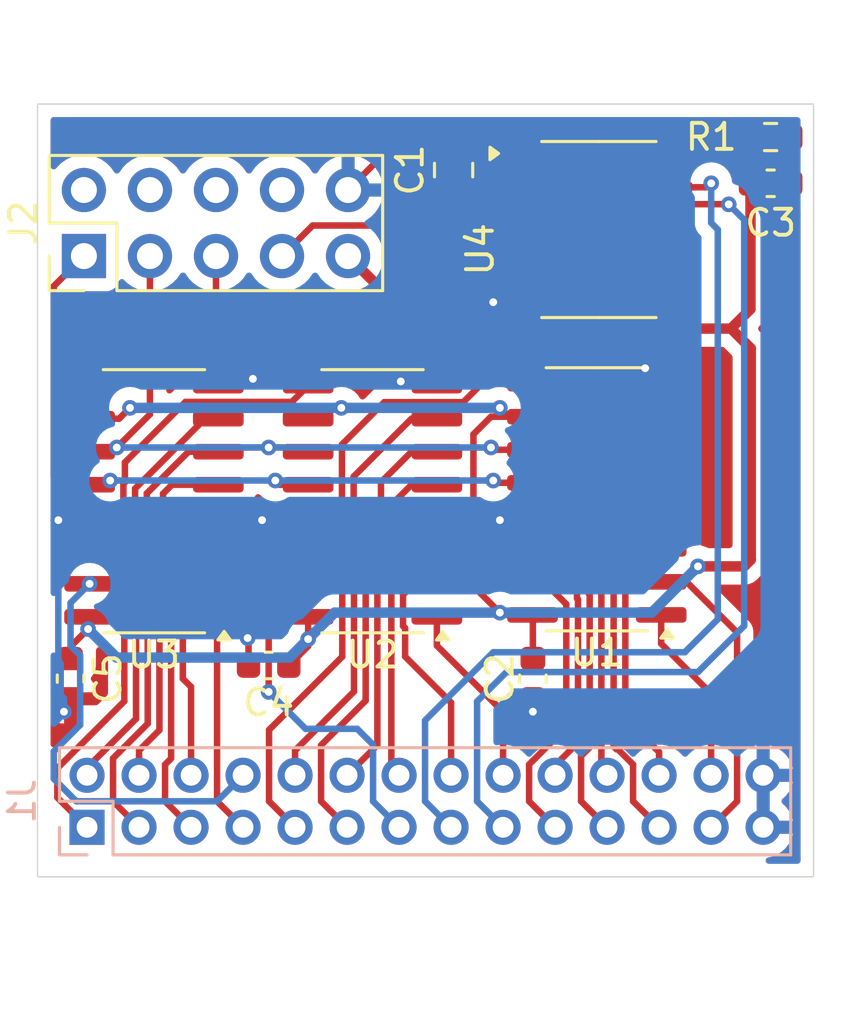
<source format=kicad_pcb>
(kicad_pcb (version 20240108) (generator "pcbnew") (generator_version "8.0")
  (layers (0 "F.Cu" signal) (31 "B.Cu" signal) (34 "B.Paste" user) (35 "F.Paste" user) (36 "B.SilkS" user "B.Silkscreen") (37 "F.SilkS" user "F.Silkscreen") (38 "B.Mask" user) (39 "F.Mask" user) (44 "Edge.Cuts" user))
  (net 0 "")
  (net 1 "Net-(U4-A1)")
  (net 2 "GND")
  (net 3 "/SShX")
  (net 4 "/SinX")
  (net 5 "/DB0")
  (net 6 "/DB7")
  (net 7 "/~RST")
  (net 8 "/CosX")
  (net 9 "/ScanShift")
  (net 10 "/ShY")
  (net 11 "/SinY")
  (net 12 "/DB9")
  (net 13 "/MagY")
  (net 14 "/DB3")
  (net 15 "/ShX")
  (net 16 "/LoadShift")
  (net 17 "/CosY")
  (net 18 "/DB10")
  (net 19 "/DB4")
  (net 20 "/DB2")
  (net 21 "/MagX")
  (net 22 "/DB6")
  (net 23 "/SShy")
  (net 24 "/DB11")
  (net 25 "/DB5")
  (net 26 "/~WRC")
  (net 27 "/DB1")
  (net 28 "/DB8")
  (net 29 "VCC")
  (net 30 "/CLK")
  (net 31 "Net-(U1-QH')")
  (net 32 "/DIN")
  (net 33 "/STORE")
  (net 34 "Net-(U2-QH')")
  (net 37 "/WR_STB")
  (footprint "Package_SO:SOIC-16_3.9x9.9mm_P1.27mm" (layer "F.Cu") (at 99.242499 71.917001 180)
    (property "Reference" "U2" (at 0 -5.9 360) (layer "F.SilkS"))
    (property "Value" "74HC595")
    (fp_line (start 0 5.06) (end 1.95 5.06) (stroke (width 0.12)) (layer "F.SilkS"))
    (fp_line (start 0 5.06) (end -1.95 5.06) (stroke (width 0.12)) (layer "F.SilkS"))
    (fp_line (start 0 -5.06) (end 1.95 -5.06) (stroke (width 0.12)) (layer "F.SilkS"))
    (fp_line (start 0 -5.06) (end -1.95 -5.06) (stroke (width 0.12)) (layer "F.SilkS"))
    (fp_poly (pts (xy -2.7 -5.005) (xy -2.94 -5.335) (xy -2.46 -5.335) (xy -2.7 -5.005)) (stroke (width 0.12)) (fill solid) (layer "F.SilkS"))
    (pad "1" smd roundrect (at -2.475 -4.445 180) (size 1.95 0.6) (layers "F.Cu" "F.Paste" "F.Mask") (net 21 "/MagX"))
    (pad "2" smd roundrect (at -2.475 -3.175 180) (size 1.95 0.6) (layers "F.Cu" "F.Paste" "F.Mask") (net 16 "/LoadShift"))
    (pad "3" smd roundrect (at -2.475 -1.905 180) (size 1.95 0.6) (layers "F.Cu" "F.Paste" "F.Mask") (net 10 "/ShY"))
    (pad "4" smd roundrect (at -2.475 -0.635 180) (size 1.95 0.6) (layers "F.Cu" "F.Paste" "F.Mask") (net 5 "/DB0"))
    (pad "5" smd roundrect (at -2.475 0.635 180) (size 1.95 0.6) (layers "F.Cu" "F.Paste" "F.Mask") (net 27 "/DB1"))
    (pad "6" smd roundrect (at -2.475 1.905 180) (size 1.95 0.6) (layers "F.Cu" "F.Paste" "F.Mask") (net 20 "/DB2"))
    (pad "7" smd roundrect (at -2.475 3.175 180) (size 1.95 0.6) (layers "F.Cu" "F.Paste" "F.Mask") (net 14 "/DB3"))
    (pad "8" smd roundrect (at -2.475 4.445 180) (size 1.95 0.6) (layers "F.Cu" "F.Paste" "F.Mask") (net 2 "GND"))
    (pad "9" smd roundrect (at 2.475 4.445 180) (size 1.95 0.6) (layers "F.Cu" "F.Paste" "F.Mask") (net 34 "Net-(U2-QH')"))
    (pad "10" smd roundrect (at 2.475 3.175 180) (size 1.95 0.6) (layers "F.Cu" "F.Paste" "F.Mask") (net 29 "VCC"))
    (pad "11" smd roundrect (at 2.475 1.905 180) (size 1.95 0.6) (layers "F.Cu" "F.Paste" "F.Mask") (net 30 "/CLK"))
    (pad "12" smd roundrect (at 2.475 0.635 180) (size 1.95 0.6) (layers "F.Cu" "F.Paste" "F.Mask") (net 33 "/STORE"))
    (pad "13" smd roundrect (at 2.475 -0.635 180) (size 1.95 0.6) (layers "F.Cu" "F.Paste" "F.Mask") (net 2 "GND"))
    (pad "14" smd roundrect (at 2.475 -1.905 180) (size 1.95 0.6) (layers "F.Cu" "F.Paste" "F.Mask") (net 31 "Net-(U1-QH')"))
    (pad "15" smd roundrect (at 2.475 -3.175 180) (size 1.95 0.6) (layers "F.Cu" "F.Paste" "F.Mask") (net 15 "/ShX"))
    (pad "16" smd roundrect (at 2.475 -4.445 180) (size 1.95 0.6) (layers "F.Cu" "F.Paste" "F.Mask") (net 29 "VCC"))
  )
  (footprint "Capacitor_SMD:C_0603_1608Metric" (layer "F.Cu") (at 87.63 78.74 -90)
    (property "Reference" "C5" (at 0 -1.43 90) (layer "F.SilkS"))
    (property "Value" "0.1uF")
    (fp_line (start -0.140581 0.51) (end 0.140581 0.51) (stroke (width 0.12)) (layer "F.SilkS"))
    (fp_line (start -0.140581 -0.51) (end 0.140581 -0.51) (stroke (width 0.12)) (layer "F.SilkS"))
    (pad "1" smd roundrect (at -0.775 0 270) (size 0.9 0.95) (layers "F.Cu" "F.Paste" "F.Mask") (net 29 "VCC"))
    (pad "2" smd roundrect (at 0.775 0 270) (size 0.9 0.95) (layers "F.Cu" "F.Paste" "F.Mask") (net 2 "GND"))
  )
  (footprint "Capacitor_SMD:C_0805_2012Metric" (layer "F.Cu") (at 102.362 59.182 90)
    (property "Reference" "C1" (at 0 -1.679999 90) (layer "F.SilkS"))
    (property "Value" "1uF")
    (fp_line (start -0.261253 -0.735) (end 0.261253 -0.735) (stroke (width 0.12)) (layer "F.SilkS"))
    (fp_line (start -0.261253 0.735) (end 0.261253 0.735) (stroke (width 0.12)) (layer "F.SilkS"))
    (pad "1" smd roundrect (at -0.949999 0 90) (size 1 1.45) (layers "F.Cu" "F.Paste" "F.Mask") (net 1 "Net-(U4-A1)"))
    (pad "2" smd roundrect (at 0.949999 0 90) (size 1 1.45) (layers "F.Cu" "F.Paste" "F.Mask") (net 2 "GND"))
  )
  (footprint "Capacitor_SMD:C_0603_1608Metric" (layer "F.Cu") (at 95.25 78.232 180)
    (property "Reference" "C4" (at 0 -1.43 360) (layer "F.SilkS"))
    (property "Value" "0.1uF")
    (fp_line (start -0.140581 0.51) (end 0.140581 0.51) (stroke (width 0.12)) (layer "F.SilkS"))
    (fp_line (start -0.140581 -0.51) (end 0.140581 -0.51) (stroke (width 0.12)) (layer "F.SilkS"))
    (pad "1" smd roundrect (at -0.775 0 180) (size 0.9 0.95) (layers "F.Cu" "F.Paste" "F.Mask") (net 29 "VCC"))
    (pad "2" smd roundrect (at 0.775 0 180) (size 0.9 0.95) (layers "F.Cu" "F.Paste" "F.Mask") (net 2 "GND"))
  )
  (footprint "Package_SO:SOIC-16_3.9x9.9mm_P1.27mm" (layer "F.Cu") (at 107.870001 71.842 180)
    (property "Reference" "U1" (at 0 -5.9 360) (layer "F.SilkS"))
    (property "Value" "74HC595")
    (fp_line (start 0 5.06) (end 1.95 5.06) (stroke (width 0.12)) (layer "F.SilkS"))
    (fp_line (start 0 5.06) (end -1.95 5.06) (stroke (width 0.12)) (layer "F.SilkS"))
    (fp_line (start 0 -5.06) (end 1.95 -5.06) (stroke (width 0.12)) (layer "F.SilkS"))
    (fp_line (start 0 -5.06) (end -1.95 -5.06) (stroke (width 0.12)) (layer "F.SilkS"))
    (fp_poly (pts (xy -2.7 -5.005) (xy -2.94 -5.335) (xy -2.46 -5.335) (xy -2.7 -5.005)) (stroke (width 0.12)) (fill solid) (layer "F.SilkS"))
    (pad "1" smd roundrect (at -2.475 -4.445 180) (size 1.95 0.6) (layers "F.Cu" "F.Paste" "F.Mask") (net 23 "/SShy"))
    (pad "2" smd roundrect (at -2.475 -3.175 180) (size 1.95 0.6) (layers "F.Cu" "F.Paste" "F.Mask") (net 3 "/SShX"))
    (pad "3" smd roundrect (at -2.475 -1.905 180) (size 1.95 0.6) (layers "F.Cu" "F.Paste" "F.Mask") (net 13 "/MagY"))
    (pad "4" smd roundrect (at -2.475 -0.635 180) (size 1.95 0.6) (layers "F.Cu" "F.Paste" "F.Mask") (net 9 "/ScanShift"))
    (pad "5" smd roundrect (at -2.475 0.635 180) (size 1.95 0.6) (layers "F.Cu" "F.Paste" "F.Mask") (net 17 "/CosY"))
    (pad "6" smd roundrect (at -2.475 1.905 180) (size 1.95 0.6) (layers "F.Cu" "F.Paste" "F.Mask") (net 11 "/SinY"))
    (pad "7" smd roundrect (at -2.475 3.175 180) (size 1.95 0.6) (layers "F.Cu" "F.Paste" "F.Mask") (net 4 "/SinX"))
    (pad "8" smd roundrect (at -2.475 4.445 180) (size 1.95 0.6) (layers "F.Cu" "F.Paste" "F.Mask") (net 2 "GND"))
    (pad "9" smd roundrect (at 2.475 4.445 180) (size 1.95 0.6) (layers "F.Cu" "F.Paste" "F.Mask") (net 31 "Net-(U1-QH')"))
    (pad "10" smd roundrect (at 2.475 3.175 180) (size 1.95 0.6) (layers "F.Cu" "F.Paste" "F.Mask") (net 29 "VCC"))
    (pad "11" smd roundrect (at 2.475 1.905 180) (size 1.95 0.6) (layers "F.Cu" "F.Paste" "F.Mask") (net 30 "/CLK"))
    (pad "12" smd roundrect (at 2.475 0.635 180) (size 1.95 0.6) (layers "F.Cu" "F.Paste" "F.Mask") (net 33 "/STORE"))
    (pad "13" smd roundrect (at 2.475 -0.635 180) (size 1.95 0.6) (layers "F.Cu" "F.Paste" "F.Mask") (net 2 "GND"))
    (pad "14" smd roundrect (at 2.475 -1.905 180) (size 1.95 0.6) (layers "F.Cu" "F.Paste" "F.Mask") (net 32 "/DIN"))
    (pad "15" smd roundrect (at 2.475 -3.175 180) (size 1.95 0.6) (layers "F.Cu" "F.Paste" "F.Mask") (net 8 "/CosX"))
    (pad "16" smd roundrect (at 2.475 -4.445 180) (size 1.95 0.6) (layers "F.Cu" "F.Paste" "F.Mask") (net 29 "VCC"))
  )
  (footprint "Capacitor_SMD:C_0603_1608Metric" (layer "F.Cu") (at 105.41 78.74 -90)
    (property "Reference" "C2" (at 0 1.27 90) (layer "F.SilkS"))
    (property "Value" "0.1uF")
    (fp_line (start -0.140581 0.51) (end 0.140581 0.51) (stroke (width 0.12)) (layer "F.SilkS"))
    (fp_line (start -0.140581 -0.51) (end 0.140581 -0.51) (stroke (width 0.12)) (layer "F.SilkS"))
    (pad "1" smd roundrect (at -0.775 0 270) (size 0.9 0.95) (layers "F.Cu" "F.Paste" "F.Mask") (net 29 "VCC"))
    (pad "2" smd roundrect (at 0.775 0 270) (size 0.9 0.95) (layers "F.Cu" "F.Paste" "F.Mask") (net 2 "GND"))
  )
  (footprint "Connector_PinHeader_2.54mm:PinHeader_2x05_P2.54mm_Vertical" (layer "F.Cu") (at 88.143 62.489 90)
    (property "Reference" "J2" (at 1.27 -2.33 90) (layer "F.SilkS"))
    (property "Value" "Conn_02x05_Odd_Even")
    (fp_line (start 3.87 -1.33) (end 3.87 11.49) (stroke (width 0.12)) (layer "F.SilkS"))
    (fp_line (start 1.270001 -1.33) (end 3.87 -1.33) (stroke (width 0.12)) (layer "F.SilkS"))
    (fp_line (start -1.33 -1.33) (end 0 -1.33) (stroke (width 0.12)) (layer "F.SilkS"))
    (fp_line (start -1.33 0) (end -1.33 -1.33) (stroke (width 0.12)) (layer "F.SilkS"))
    (fp_line (start 1.27 1.27) (end 1.270001 -1.33) (stroke (width 0.12)) (layer "F.SilkS"))
    (fp_line (start -1.33 1.270001) (end 1.27 1.27) (stroke (width 0.12)) (layer "F.SilkS"))
    (fp_line (start -1.33 1.270001) (end -1.33 11.49) (stroke (width 0.12)) (layer "F.SilkS"))
    (fp_line (start -1.33 11.49) (end 3.87 11.49) (stroke (width 0.12)) (layer "F.SilkS"))
    (pad "1" thru_hole rect (at 0 0 90) (size 1.7 1.7) (drill 1) (layers "*.Cu" "*.Mask") (net 33 "/STORE"))
    (pad "2" thru_hole oval (at 2.54 0 90) (size 1.7 1.7) (drill 1) (layers "*.Cu" "*.Mask"))
    (pad "3" thru_hole oval (at 0 2.54 90) (size 1.7 1.7) (drill 1) (layers "*.Cu" "*.Mask") (net 30 "/CLK"))
    (pad "4" thru_hole oval (at 2.54 2.54 90) (size 1.7 1.7) (drill 1) (layers "*.Cu" "*.Mask"))
    (pad "5" thru_hole oval (at 0 5.079999 90) (size 1.7 1.7) (drill 1) (layers "*.Cu" "*.Mask") (net 32 "/DIN"))
    (pad "6" thru_hole oval (at 2.54 5.08 90) (size 1.7 1.7) (drill 1) (layers "*.Cu" "*.Mask"))
    (pad "7" thru_hole oval (at 0 7.62 90) (size 1.7 1.7) (drill 1) (layers "*.Cu" "*.Mask") (net 37 "/WR_STB"))
    (pad "8" thru_hole oval (at 2.54 7.62 90) (size 1.7 1.7) (drill 1) (layers "*.Cu" "*.Mask"))
    (pad "9" thru_hole oval (at 0 10.16 90) (size 1.7 1.7) (drill 1) (layers "*.Cu" "*.Mask") (net 29 "VCC"))
    (pad "10" thru_hole oval (at 2.54 10.16 90) (size 1.7 1.7) (drill 1) (layers "*.Cu" "*.Mask") (net 2 "GND"))
  )
  (footprint "Resistor_SMD:R_0603_1608Metric" (layer "F.Cu") (at 114.554 57.912 180)
    (property "Reference" "R1" (at 2.286 0 180) (layer "F.SilkS"))
    (property "Value" "10k")
    (fp_line (start -0.237258 0.5225) (end 0.237258 0.5225) (stroke (width 0.12)) (layer "F.SilkS"))
    (fp_line (start -0.237258 -0.5225) (end 0.237258 -0.5225) (stroke (width 0.12)) (layer "F.SilkS"))
    (pad "1" smd roundrect (at -0.825 0 180) (size 0.8 0.95) (layers "F.Cu" "F.Paste" "F.Mask") (net 29 "VCC"))
    (pad "2" smd roundrect (at 0.825 0 180) (size 0.8 0.95) (layers "F.Cu" "F.Paste" "F.Mask") (net 1 "Net-(U4-A1)"))
  )
  (footprint "Capacitor_SMD:C_0603_1608Metric" (layer "F.Cu") (at 114.554 59.69)
    (property "Reference" "C3" (at 0 1.524 360) (layer "F.SilkS"))
    (property "Value" "0.1uF")
    (fp_line (start -0.140581 -0.51) (end 0.140581 -0.51) (stroke (width 0.12)) (layer "F.SilkS"))
    (fp_line (start -0.140581 0.51) (end 0.140581 0.51) (stroke (width 0.12)) (layer "F.SilkS"))
    (pad "1" smd roundrect (at -0.775 0) (size 0.9 0.95) (layers "F.Cu" "F.Paste" "F.Mask") (net 29 "VCC"))
    (pad "2" smd roundrect (at 0.775 0) (size 0.9 0.95) (layers "F.Cu" "F.Paste" "F.Mask") (net 2 "GND"))
  )
  (footprint "Package_SO:SOIC-16_3.9x9.9mm_P1.27mm" (layer "F.Cu") (at 90.8375 71.917001 180)
    (property "Reference" "U3" (at 0 -5.9 360) (layer "F.SilkS"))
    (property "Value" "74HC595")
    (fp_line (start 0 5.06) (end 1.95 5.06) (stroke (width 0.12)) (layer "F.SilkS"))
    (fp_line (start 0 5.06) (end -1.95 5.06) (stroke (width 0.12)) (layer "F.SilkS"))
    (fp_line (start 0 -5.06) (end 1.95 -5.06) (stroke (width 0.12)) (layer "F.SilkS"))
    (fp_line (start 0 -5.06) (end -1.95 -5.06) (stroke (width 0.12)) (layer "F.SilkS"))
    (fp_poly (pts (xy -2.7 -5.005) (xy -2.94 -5.335) (xy -2.46 -5.335) (xy -2.7 -5.005)) (stroke (width 0.12)) (fill solid) (layer "F.SilkS"))
    (pad "1" smd roundrect (at -2.475 -4.445 180) (size 1.95 0.6) (layers "F.Cu" "F.Paste" "F.Mask") (net 25 "/DB5"))
    (pad "2" smd roundrect (at -2.475 -3.175 180) (size 1.95 0.6) (layers "F.Cu" "F.Paste" "F.Mask") (net 22 "/DB6"))
    (pad "3" smd roundrect (at -2.475 -1.905 180) (size 1.95 0.6) (layers "F.Cu" "F.Paste" "F.Mask") (net 6 "/DB7"))
    (pad "4" smd roundrect (at -2.475 -0.635 180) (size 1.95 0.6) (layers "F.Cu" "F.Paste" "F.Mask") (net 28 "/DB8"))
    (pad "5" smd roundrect (at -2.475 0.635 180) (size 1.95 0.6) (layers "F.Cu" "F.Paste" "F.Mask") (net 12 "/DB9"))
    (pad "6" smd roundrect (at -2.475 1.905 180) (size 1.95 0.6) (layers "F.Cu" "F.Paste" "F.Mask") (net 18 "/DB10"))
    (pad "7" smd roundrect (at -2.475 3.175 180) (size 1.95 0.6) (layers "F.Cu" "F.Paste" "F.Mask") (net 24 "/DB11"))
    (pad "8" smd roundrect (at -2.475 4.445 180) (size 1.95 0.6) (layers "F.Cu" "F.Paste" "F.Mask") (net 2 "GND"))
    (pad "9" smd roundrect (at 2.475 4.445 180) (size 1.95 0.6) (layers "F.Cu" "F.Paste" "F.Mask"))
    (pad "10" smd roundrect (at 2.475 3.175 180) (size 1.95 0.6) (layers "F.Cu" "F.Paste" "F.Mask") (net 29 "VCC"))
    (pad "11" smd roundrect (at 2.475 1.905 180) (size 1.95 0.6) (layers "F.Cu" "F.Paste" "F.Mask") (net 30 "/CLK"))
    (pad "12" smd roundrect (at 2.475 0.635 180) (size 1.95 0.6) (layers "F.Cu" "F.Paste" "F.Mask") (net 33 "/STORE"))
    (pad "13" smd roundrect (at 2.475 -0.635 180) (size 1.95 0.6) (layers "F.Cu" "F.Paste" "F.Mask") (net 2 "GND"))
    (pad "14" smd roundrect (at 2.475 -1.905 180) (size 1.95 0.6) (layers "F.Cu" "F.Paste" "F.Mask") (net 34 "Net-(U2-QH')"))
    (pad "15" smd roundrect (at 2.475 -3.175 180) (size 1.95 0.6) (layers "F.Cu" "F.Paste" "F.Mask") (net 19 "/DB4"))
    (pad "16" smd roundrect (at 2.475 -4.445 180) (size 1.95 0.6) (layers "F.Cu" "F.Paste" "F.Mask") (net 29 "VCC"))
  )
  (footprint "Package_SO:TSSOP-20_4.4x6.5mm_P0.65mm" (layer "F.Cu") (at 107.95 61.468)
    (property "Reference" "U4" (at -4.572 0.762 90) (layer "F.SilkS"))
    (property "Value" "74HC245")
    (fp_line (start 0 -3.384999) (end -2.199999 -3.385) (stroke (width 0.12)) (layer "F.SilkS"))
    (fp_line (start 0 -3.384999) (end 2.199999 -3.385) (stroke (width 0.12)) (layer "F.SilkS"))
    (fp_line (start 0 3.384999) (end -2.199999 3.385) (stroke (width 0.12)) (layer "F.SilkS"))
    (fp_line (start 0 3.384999) (end 2.199999 3.385) (stroke (width 0.12)) (layer "F.SilkS"))
    (fp_poly (pts (xy -3.86 -2.925) (xy -4.189999 -3.165) (xy -4.19 -2.685) (xy -3.86 -2.925)) (stroke (width 0.12)) (fill solid) (layer "F.SilkS"))
    (pad "1" smd roundrect (at -2.8625 -2.925) (size 1.475 0.4) (layers "F.Cu" "F.Paste" "F.Mask"))
    (pad "2" smd roundrect (at -2.8625 -2.275) (size 1.475 0.4) (layers "F.Cu" "F.Paste" "F.Mask") (net 37 "/WR_STB"))
    (pad "3" smd roundrect (at -2.8625 -1.625) (size 1.475 0.4) (layers "F.Cu" "F.Paste" "F.Mask") (net 1 "Net-(U4-A1)"))
    (pad "4" smd roundrect (at -2.8625 -0.975) (size 1.475 0.4) (layers "F.Cu" "F.Paste" "F.Mask"))
    (pad "5" smd roundrect (at -2.8625 -0.325) (size 1.475 0.4) (layers "F.Cu" "F.Paste" "F.Mask"))
    (pad "6" smd roundrect (at -2.8625 0.325) (size 1.475 0.4) (layers "F.Cu" "F.Paste" "F.Mask"))
    (pad "7" smd roundrect (at -2.8625 0.975) (size 1.475 0.4) (layers "F.Cu" "F.Paste" "F.Mask"))
    (pad "8" smd roundrect (at -2.8625 1.625) (size 1.475 0.4) (layers "F.Cu" "F.Paste" "F.Mask"))
    (pad "9" smd roundrect (at -2.8625 2.275) (size 1.475 0.4) (layers "F.Cu" "F.Paste" "F.Mask"))
    (pad "10" smd roundrect (at -2.8625 2.925) (size 1.475 0.4) (layers "F.Cu" "F.Paste" "F.Mask") (net 2 "GND"))
    (pad "11" smd roundrect (at 2.8625 2.925) (size 1.475 0.4) (layers "F.Cu" "F.Paste" "F.Mask"))
    (pad "12" smd roundrect (at 2.8625 2.275) (size 1.475 0.4) (layers "F.Cu" "F.Paste" "F.Mask"))
    (pad "13" smd roundrect (at 2.8625 1.625) (size 1.475 0.4) (layers "F.Cu" "F.Paste" "F.Mask"))
    (pad "14" smd roundrect (at 2.8625 0.975) (size 1.475 0.4) (layers "F.Cu" "F.Paste" "F.Mask"))
    (pad "15" smd roundrect (at 2.8625 0.325) (size 1.475 0.4) (layers "F.Cu" "F.Paste" "F.Mask"))
    (pad "16" smd roundrect (at 2.8625 -0.325) (size 1.475 0.4) (layers "F.Cu" "F.Paste" "F.Mask"))
    (pad "17" smd roundrect (at 2.8625 -0.975) (size 1.475 0.4) (layers "F.Cu" "F.Paste" "F.Mask") (net 7 "/~RST"))
    (pad "18" smd roundrect (at 2.8625 -1.625) (size 1.475 0.4) (layers "F.Cu" "F.Paste" "F.Mask") (net 26 "/~WRC"))
    (pad "19" smd roundrect (at 2.8625 -2.275) (size 1.475 0.4) (layers "F.Cu" "F.Paste" "F.Mask"))
    (pad "20" smd roundrect (at 2.8625 -2.925) (size 1.475 0.4) (layers "F.Cu" "F.Paste" "F.Mask") (net 29 "VCC"))
  )
  (footprint "Connector_PinSocket_2.00mm:PinSocket_2x14_P2.00mm_Vertical" (layer "B.Cu") (at 88.265 84.455 -90)
    (property "Reference" "J1" (at -1 2.5 90) (layer "B.SilkS") (effects (justify mirror)))
    (property "Value" "Conn_02x14_Odd_Even")
    (fp_line (start -1 1.06) (end -3.06 1.06) (stroke (width 0.12)) (layer "B.SilkS"))
    (fp_line (start 1.06 1.06) (end 0 1.06) (stroke (width 0.12)) (layer "B.SilkS"))
    (fp_line (start 1.06 0) (end 1.06 1.06) (stroke (width 0.12)) (layer "B.SilkS"))
    (fp_line (start -1 -1) (end -1 1.06) (stroke (width 0.12)) (layer "B.SilkS"))
    (fp_line (start 1.06 -1) (end -1 -1) (stroke (width 0.12)) (layer "B.SilkS"))
    (fp_line (start -3.06 -27.06) (end -3.06 1.06) (stroke (width 0.12)) (layer "B.SilkS"))
    (fp_line (start 1.06 -27.06) (end 1.06 -1) (stroke (width 0.12)) (layer "B.SilkS"))
    (fp_line (start 1.06 -27.06) (end -3.06 -27.06) (stroke (width 0.12)) (layer "B.SilkS"))
    (pad "1" thru_hole rect (at 0 0 270) (size 1.35 1.35) (drill 0.8) (layers "*.Cu" "*.Mask") (net 24 "/DB11"))
    (pad "2" thru_hole oval (at -2.000001 0 270) (size 1.35 1.35) (drill 0.8) (layers "*.Cu" "*.Mask") (net 18 "/DB10"))
    (pad "3" thru_hole oval (at 0 -2.000001 270) (size 1.35 1.35) (drill 0.8) (layers "*.Cu" "*.Mask") (net 12 "/DB9"))
    (pad "4" thru_hole oval (at -2 -2 270) (size 1.35 1.35) (drill 0.8) (layers "*.Cu" "*.Mask") (net 28 "/DB8"))
    (pad "5" thru_hole oval (at 0 -4 270) (size 1.35 1.35) (drill 0.8) (layers "*.Cu" "*.Mask") (net 6 "/DB7"))
    (pad "6" thru_hole oval (at -2 -4.000001 270) (size 1.35 1.35) (drill 0.8) (layers "*.Cu" "*.Mask") (net 22 "/DB6"))
    (pad "7" thru_hole oval (at 0 -6 270) (size 1.35 1.35) (drill 0.8) (layers "*.Cu" "*.Mask") (net 25 "/DB5"))
    (pad "8" thru_hole oval (at -2 -6 270) (size 1.35 1.35) (drill 0.8) (layers "*.Cu" "*.Mask") (net 19 "/DB4"))
    (pad "9" thru_hole oval (at 0 -8 270) (size 1.35 1.35) (drill 0.8) (layers "*.Cu" "*.Mask") (net 14 "/DB3"))
    (pad "10" thru_hole oval (at -2 -8 270) (size 1.35 1.35) (drill 0.8) (layers "*.Cu" "*.Mask") (net 20 "/DB2"))
    (pad "11" thru_hole oval (at 0 -10 270) (size 1.35 1.35) (drill 0.8) (layers "*.Cu" "*.Mask") (net 27 "/DB1"))
    (pad "12" thru_hole oval (at -2 -10 270) (size 1.35 1.35) (drill 0.8) (layers "*.Cu" "*.Mask") (net 5 "/DB0"))
    (pad "13" thru_hole oval (at 0 -11.999999 270) (size 1.35 1.35) (drill 0.8) (layers "*.Cu" "*.Mask") (net 15 "/ShX"))
    (pad "14" thru_hole oval (at -2 -12 270) (size 1.35 1.35) (drill 0.8) (layers "*.Cu" "*.Mask") (net 10 "/ShY"))
    (pad "15" thru_hole oval (at 0 -14 270) (size 1.35 1.35) (drill 0.8) (layers "*.Cu" "*.Mask") (net 26 "/~WRC"))
    (pad "16" thru_hole oval (at -2 -13.999999 270) (size 1.35 1.35) (drill 0.8) (layers "*.Cu" "*.Mask") (net 16 "/LoadShift"))
    (pad "17" thru_hole oval (at 0 -15.999999 270) (size 1.35 1.35) (drill 0.8) (layers "*.Cu" "*.Mask") (net 7 "/~RST"))
    (pad "18" thru_hole oval (at -2 -16 270) (size 1.35 1.35) (drill 0.8) (layers "*.Cu" "*.Mask") (net 21 "/MagX"))
    (pad "19" thru_hole oval (at 0 -18 270) (size 1.35 1.35) (drill 0.8) (layers "*.Cu" "*.Mask") (net 8 "/CosX"))
    (pad "20" thru_hole oval (at -2.000001 -18 270) (size 1.35 1.35) (drill 0.8) (layers "*.Cu" "*.Mask") (net 4 "/SinX"))
    (pad "21" thru_hole oval (at 0 -20.000001 270) (size 1.35 1.35) (drill 0.8) (layers "*.Cu" "*.Mask") (net 11 "/SinY"))
    (pad "22" thru_hole oval (at -2 -20 270) (size 1.35 1.35) (drill 0.8) (layers "*.Cu" "*.Mask") (net 17 "/CosY"))
    (pad "23" thru_hole oval (at 0 -22 270) (size 1.35 1.35) (drill 0.8) (layers "*.Cu" "*.Mask") (net 9 "/ScanShift"))
    (pad "24" thru_hole oval (at -2 -22 270) (size 1.35 1.35) (drill 0.8) (layers "*.Cu" "*.Mask") (net 13 "/MagY"))
    (pad "25" thru_hole oval (at 0 -24 270) (size 1.35 1.35) (drill 0.8) (layers "*.Cu" "*.Mask") (net 3 "/SShX"))
    (pad "26" thru_hole oval (at -2 -24 270) (size 1.35 1.35) (drill 0.8) (layers "*.Cu" "*.Mask") (net 23 "/SShy"))
    (pad "27" thru_hole oval (at 0 -26 270) (size 1.35 1.35) (drill 0.8) (layers "*.Cu" "*.Mask") (net 2 "GND"))
    (pad "28" thru_hole oval (at -2 -26 270) (size 1.35 1.35) (drill 0.8) (layers "*.Cu" "*.Mask") (net 2 "GND"))
  )
  (gr_rect (start 86.36 56.642) (end 116.205 86.36) (stroke (width 0.05)) (fill none) (layer "Edge.Cuts"))
  (segment (start 105.0875 59.843) (end 102.650999 59.843) (width 0.25) (layer "F.Cu") (net 1))
  (segment (start 107.674456 57.912) (end 105.743456 59.843) (width 0.2) (layer "F.Cu") (net 1))
  (segment (start 113.729 57.912) (end 107.674456 57.912) (width 0.2) (layer "F.Cu") (net 1))
  (segment (start 102.650999 59.843) (end 102.362 60.131999) (width 0.25) (layer "F.Cu") (net 1))
  (segment (start 105.743456 59.843) (end 105.0875 59.843) (width 0.2) (layer "F.Cu") (net 1))
  (segment (start 88.3625 72.552001) (end 87.251999 72.552001) (width 0.25) (layer "F.Cu") (net 2))
  (segment (start 105.0875 64.393) (end 104.017 64.393) (width 0.2) (layer "F.Cu") (net 2))
  (segment (start 94.475 77.212869) (end 94.440131 77.178) (width 0.25) (layer "F.Cu") (net 2))
  (segment (start 105.395001 72.477) (end 104.307 72.477) (width 0.25) (layer "F.Cu") (net 2))
  (segment (start 100.492001 67.472001) (end 100.33 67.31) (width 0.25) (layer "F.Cu") (net 2))
  (segment (start 100.019999 58.232001) (end 98.303 59.949) (width 0.25) (layer "F.Cu") (net 2))
  (segment (start 110.345001 67.397) (end 110.323 67.397) (width 0.25) (layer "F.Cu") (net 2))
  (segment (start 94.475 78.232) (end 94.475 77.212869) (width 0.25) (layer "F.Cu") (net 2))
  (segment (start 104.017 64.393) (end 103.886 64.262) (width 0.2) (layer "F.Cu") (net 2))
  (segment (start 104.307 72.477) (end 104.14 72.644) (width 0.25) (layer "F.Cu") (net 2))
  (segment (start 87.251999 72.552001) (end 87.16 72.644) (width 0.25) (layer "F.Cu") (net 2))
  (segment (start 102.362 58.232001) (end 100.019999 58.232001) (width 0.25) (layer "F.Cu") (net 2))
  (segment (start 110.323 67.397) (end 109.728 66.802) (width 0.25) (layer "F.Cu") (net 2))
  (segment (start 93.3125 67.472001) (end 94.380661 67.472001) (width 0.25) (layer "F.Cu") (net 2))
  (segment (start 95.087999 72.552001) (end 94.996 72.644) (width 0.25) (layer "F.Cu") (net 2))
  (segment (start 87.63 79.756) (end 87.376 80.01) (width 0.25) (layer "F.Cu") (net 2))
  (segment (start 94.380661 67.472001) (end 94.642331 67.210331) (width 0.25) (layer "F.Cu") (net 2))
  (segment (start 101.717499 67.472001) (end 100.492001 67.472001) (width 0.25) (layer "F.Cu") (net 2))
  (segment (start 87.63 79.515) (end 87.63 79.756) (width 0.25) (layer "F.Cu") (net 2))
  (segment (start 105.41 79.515) (end 105.41 80.01) (width 0.25) (layer "F.Cu") (net 2))
  (segment (start 96.767499 72.552001) (end 95.087999 72.552001) (width 0.25) (layer "F.Cu") (net 2))
  (via (at 103.886 64.262) (size 0.6) (drill 0.3) (layers "F.Cu" "B.Cu") (net 2))
  (via (at 105.41 80.01) (size 0.6) (drill 0.3) (layers "F.Cu" "B.Cu") (net 2))
  (via (at 94.996 72.644) (size 0.6) (drill 0.3) (layers "F.Cu" "B.Cu") (net 2))
  (via (at 94.642331 67.210331) (size 0.6) (drill 0.3) (layers "F.Cu" "B.Cu") (net 2))
  (via (at 87.376 80.01) (size 0.6) (drill 0.3) (layers "F.Cu" "B.Cu") (net 2))
  (via (at 94.440131 77.178) (size 0.6) (drill 0.3) (layers "F.Cu" "B.Cu") (net 2))
  (via (at 104.14 72.644) (size 0.6) (drill 0.3) (layers "F.Cu" "B.Cu") (net 2))
  (via (at 100.33 67.31) (size 0.6) (drill 0.3) (layers "F.Cu" "B.Cu") (net 2))
  (via (at 87.16 72.644) (size 0.6) (drill 0.3) (layers "F.Cu" "B.Cu") (net 2))
  (via (at 109.728 66.802) (size 0.6) (drill 0.3) (layers "F.Cu" "B.Cu") (net 2))
  (segment (start 105.41 80.01) (end 113.538 80.01) (width 0.25) (layer "B.Cu") (net 2))
  (segment (start 99.573 59.949) (end 98.303 59.949) (width 0.2) (layer "B.Cu") (net 2))
  (segment (start 105.918 72.644) (end 104.14 72.644) (width 0.4) (layer "B.Cu") (net 2))
  (segment (start 114.3 80.772) (end 114.265 80.807) (width 0.25) (layer "B.Cu") (net 2))
  (segment (start 104.14 72.644) (end 94.996 72.644) (width 0.25) (layer "B.Cu") (net 2))
  (segment (start 113.538 80.01) (end 114.3 80.772) (width 0.25) (layer "B.Cu") (net 2))
  (segment (start 87.376 80.01) (end 87.376 79.502) (width 0.25) (layer "B.Cu") (net 2))
  (segment (start 114.265 80.807) (end 114.265 84.455) (width 0.25) (layer "B.Cu") (net 2))
  (segment (start 87.16 72.644) (end 94.996 72.644) (width 0.25) (layer "B.Cu") (net 2))
  (segment (start 100.33 67.31) (end 100.076 67.056) (width 0.25) (layer "B.Cu") (net 2))
  (segment (start 109.728 68.834) (end 105.918 72.644) (width 0.4) (layer "B.Cu") (net 2))
  (segment (start 87.16 79.286) (end 87.16 72.644) (width 0.25) (layer "B.Cu") (net 2))
  (segment (start 100.838 66.802) (end 100.33 67.31) (width 0.25) (layer "B.Cu") (net 2))
  (segment (start 94.796662 67.056) (end 94.642331 67.210331) (width 0.25) (layer "B.Cu") (net 2))
  (segment (start 103.886 64.262) (end 99.573 59.949) (width 0.2) (layer "B.Cu") (net 2))
  (segment (start 100.076 67.056) (end 94.796662 67.056) (width 0.25) (layer "B.Cu") (net 2))
  (segment (start 94.996 76.622131) (end 94.440131 77.178) (width 0.25) (layer "B.Cu") (net 2))
  (segment (start 94.996 72.644) (end 94.996 76.622131) (width 0.25) (layer "B.Cu") (net 2))
  (segment (start 109.728 68.834) (end 109.728 66.802) (width 0.25) (layer "B.Cu") (net 2))
  (segment (start 109.728 69.342) (end 109.728 68.834) (width 0.25) (layer "B.Cu") (net 2))
  (segment (start 87.376 79.502) (end 87.16 79.286) (width 0.25) (layer "B.Cu") (net 2))
  (segment (start 109.728 66.802) (end 100.838 66.802) (width 0.25) (layer "B.Cu") (net 2))
  (segment (start 111.32 75.017) (end 113.265 76.962) (width 0.25) (layer "F.Cu") (net 3))
  (segment (start 113.265 83.455) (end 112.265 84.455) (width 0.25) (layer "F.Cu") (net 3))
  (segment (start 110.345001 75.017) (end 111.32 75.017) (width 0.25) (layer "F.Cu") (net 3))
  (segment (start 113.265 76.962) (end 113.265 83.455) (width 0.25) (layer "F.Cu") (net 3))
  (segment (start 108.658605 68.667) (end 107.145001 70.180604) (width 0.25) (layer "F.Cu") (net 4))
  (segment (start 107.145001 70.180604) (end 107.145001 73.069395) (width 0.25) (layer "F.Cu") (net 4))
  (segment (start 107.108 73.106396) (end 107.108 75.651189) (width 0.25) (layer "F.Cu") (net 4))
  (segment (start 110.345001 68.667) (end 108.658605 68.667) (width 0.25) (layer "F.Cu") (net 4))
  (segment (start 107.145001 75.68819) (end 107.145001 81.194603) (width 0.25) (layer "F.Cu") (net 4))
  (segment (start 107.145001 81.194603) (end 106.265 82.074604) (width 0.25) (layer "F.Cu") (net 4))
  (segment (start 106.265 82.074604) (end 106.265 82.454999) (width 0.25) (layer "F.Cu") (net 4))
  (segment (start 107.145001 73.069395) (end 107.108 73.106396) (width 0.25) (layer "F.Cu") (net 4))
  (segment (start 107.108 75.651189) (end 107.145001 75.68819) (width 0.25) (layer "F.Cu") (net 4))
  (segment (start 99.43 74.352001) (end 101.23 72.552001) (width 0.25) (layer "F.Cu") (net 5))
  (segment (start 101.23 72.552001) (end 101.717499 72.552001) (width 0.25) (layer "F.Cu") (net 5))
  (segment (start 99.43 81.29) (end 99.43 74.352001) (width 0.25) (layer "F.Cu") (net 5))
  (segment (start 98.265 82.455) (end 99.43 81.29) (width 0.25) (layer "F.Cu") (net 5))
  (segment (start 91.498 74.618) (end 91.498 81.807787) (width 0.25) (layer "F.Cu") (net 6))
  (segment (start 91.265001 83.455001) (end 92.265 84.455) (width 0.25) (layer "F.Cu") (net 6))
  (segment (start 91.265001 82.040786) (end 91.265001 83.455001) (width 0.25) (layer "F.Cu") (net 6))
  (segment (start 91.498 81.807787) (end 91.265001 82.040786) (width 0.25) (layer "F.Cu") (net 6))
  (segment (start 93.3125 73.822001) (end 92.293999 73.822001) (width 0.25) (layer "F.Cu") (net 6))
  (segment (start 92.293999 73.822001) (end 91.498 74.618) (width 0.25) (layer "F.Cu") (net 6))
  (segment (start 110.8125 60.493) (end 112.936131 60.493) (width 0.25) (layer "F.Cu") (net 7))
  (segment (start 112.936131 60.493) (end 112.943 60.499869) (width 0.25) (layer "F.Cu") (net 7))
  (via (at 112.943 60.499869) (size 0.6) (drill 0.3) (layers "F.Cu" "B.Cu") (net 7))
  (segment (start 103.264999 79.615001) (end 104.394 78.486) (width 0.25) (layer "B.Cu") (net 7))
  (segment (start 111.76 78.486) (end 113.538 76.708) (width 0.25) (layer "B.Cu") (net 7))
  (segment (start 103.264999 83.455) (end 103.264999 79.615001) (width 0.25) (layer "B.Cu") (net 7))
  (segment (start 113.538 76.708) (end 113.538 61.094869) (width 0.25) (layer "B.Cu") (net 7))
  (segment (start 113.538 61.094869) (end 112.943 60.499869) (width 0.25) (layer "B.Cu") (net 7))
  (segment (start 104.264999 84.455) (end 103.264999 83.455) (width 0.25) (layer "B.Cu") (net 7))
  (segment (start 104.394 78.486) (end 111.76 78.486) (width 0.25) (layer "B.Cu") (net 7))
  (segment (start 105.837415 75.017) (end 106.695001 75.874586) (width 0.25) (layer "F.Cu") (net 8))
  (segment (start 105.265 83.455) (end 106.265 84.455) (width 0.25) (layer "F.Cu") (net 8))
  (segment (start 106.695001 75.874586) (end 106.695001 80.610784) (width 0.25) (layer "F.Cu") (net 8))
  (segment (start 105.265 82.040785) (end 105.265 83.455) (width 0.25) (layer "F.Cu") (net 8))
  (segment (start 105.395001 75.017) (end 105.837415 75.017) (width 0.25) (layer "F.Cu") (net 8))
  (segment (start 106.695001 80.610784) (end 105.265 82.040785) (width 0.25) (layer "F.Cu") (net 8))
  (segment (start 108.679214 81.455) (end 109.265 82.040786) (width 0.25) (layer "F.Cu") (net 9))
  (segment (start 108.787001 72.477) (end 108.516 72.748001) (width 0.25) (layer "F.Cu") (net 9))
  (segment (start 108.628604 81.455) (end 108.679214 81.455) (width 0.25) (layer "F.Cu") (net 9))
  (segment (start 109.265 82.040786) (end 109.265 83.455) (width 0.25) (layer "F.Cu") (net 9))
  (segment (start 108.516 81.342396) (end 108.628604 81.455) (width 0.25) (layer "F.Cu") (net 9))
  (segment (start 108.516 72.748001) (end 108.516 81.342396) (width 0.25) (layer "F.Cu") (net 9))
  (segment (start 109.265 83.455) (end 110.265 84.455) (width 0.25) (layer "F.Cu") (net 9))
  (segment (start 110.345001 72.477) (end 108.787001 72.477) (width 0.25) (layer "F.Cu") (net 9))
  (segment (start 100.265 82.455) (end 99.967499 82.157499) (width 0.25) (layer "F.Cu") (net 10))
  (segment (start 99.967499 82.157499) (end 99.967499 74.597002) (width 0.25) (layer "F.Cu") (net 10))
  (segment (start 100.7425 73.822001) (end 101.717499 73.822001) (width 0.25) (layer "F.Cu") (net 10))
  (segment (start 99.967499 74.597002) (end 100.7425 73.822001) (width 0.25) (layer "F.Cu") (net 10))
  (segment (start 107.595001 70.367) (end 107.595001 73.255791) (width 0.25) (layer "F.Cu") (net 11))
  (segment (start 108.025001 69.937) (end 107.595001 70.367) (width 0.25) (layer "F.Cu") (net 11))
  (segment (start 107.595001 81.380999) (end 107.265 81.711) (width 0.25) (layer "F.Cu") (net 11))
  (segment (start 107.265 83.454999) (end 108.265001 84.455) (width 0.25) (layer "F.Cu") (net 11))
  (segment (start 110.345001 69.937) (end 108.025001 69.937) (width 0.25) (layer "F.Cu") (net 11))
  (segment (start 107.558 75.464793) (end 107.595001 75.501794) (width 0.25) (layer "F.Cu") (net 11))
  (segment (start 107.265 81.711) (end 107.265 83.454999) (width 0.25) (layer "F.Cu") (net 11))
  (segment (start 107.595001 75.501794) (end 107.595001 81.380999) (width 0.25) (layer "F.Cu") (net 11))
  (segment (start 107.595001 73.255791) (end 107.558 73.292792) (width 0.25) (layer "F.Cu") (net 11))
  (segment (start 107.558 73.292792) (end 107.558 75.464793) (width 0.25) (layer "F.Cu") (net 11))
  (segment (start 89.265 83.454999) (end 90.265001 84.455) (width 0.25) (layer "F.Cu") (net 12))
  (segment (start 89.265 81.802604) (end 89.265 83.454999) (width 0.25) (layer "F.Cu") (net 12))
  (segment (start 90.598 74.119604) (end 90.598 80.469604) (width 0.25) (layer "F.Cu") (net 12))
  (segment (start 91.531999 71.282001) (end 91.186 71.628) (width 0.25) (layer "F.Cu") (net 12))
  (segment (start 93.3125 71.282001) (end 91.531999 71.282001) (width 0.25) (layer "F.Cu") (net 12))
  (segment (start 90.598 80.469604) (end 89.265 81.802604) (width 0.25) (layer "F.Cu") (net 12))
  (segment (start 91.186 73.531604) (end 90.598 74.119604) (width 0.25) (layer "F.Cu") (net 12))
  (segment (start 91.186 71.628) (end 91.186 73.531604) (width 0.25) (layer "F.Cu") (net 12))
  (segment (start 108.966 80.264) (end 110.265 81.563) (width 0.25) (layer "F.Cu") (net 13))
  (segment (start 110.345001 73.747) (end 109.295001 73.747) (width 0.25) (layer "F.Cu") (net 13))
  (segment (start 108.966 74.076001) (end 108.966 80.264) (width 0.25) (layer "F.Cu") (net 13))
  (segment (start 109.295001 73.747) (end 108.966 74.076001) (width 0.25) (layer "F.Cu") (net 13))
  (segment (start 110.265 81.563) (end 110.265 82.455) (width 0.25) (layer "F.Cu") (net 13))
  (segment (start 95.265 83.455) (end 96.265 84.455) (width 0.25) (layer "F.Cu") (net 14))
  (segment (start 100.7425 68.742001) (end 98.517499 70.967002) (width 0.25) (layer "F.Cu") (net 14))
  (segment (start 98.08 73.526804) (end 98.08 77.89398) (width 0.25) (layer "F.Cu") (net 14))
  (segment (start 95.265 80.70898) (end 95.265 83.455) (width 0.25) (layer "F.Cu") (net 14))
  (segment (start 98.517499 70.967002) (end 98.517499 73.089305) (width 0.25) (layer "F.Cu") (net 14))
  (segment (start 98.517499 73.089305) (end 98.08 73.526804) (width 0.25) (layer "F.Cu") (net 14))
  (segment (start 98.08 77.89398) (end 95.265 80.70898) (width 0.25) (layer "F.Cu") (net 14))
  (segment (start 101.717499 68.742001) (end 100.7425 68.742001) (width 0.25) (layer "F.Cu") (net 14))
  (segment (start 96.767499 75.092001) (end 95.7925 75.092001) (width 0.25) (layer "F.Cu") (net 15))
  (segment (start 95.7925 75.092001) (end 95.25 75.634501) (width 0.25) (layer "F.Cu") (net 15))
  (segment (start 95.25 75.634501) (end 95.25 79.248) (width 0.25) (layer "F.Cu") (net 15))
  (via (at 95.25 79.248) (size 0.6) (drill 0.3) (layers "F.Cu" "B.Cu") (net 15))
  (segment (start 99.265 81.28) (end 99.265 83.455001) (width 0.25) (layer "B.Cu") (net 15))
  (segment (start 95.25 79.248) (end 96.670096 80.668096) (width 0.25) (layer "B.Cu") (net 15))
  (segment (start 96.670096 80.668096) (end 98.653096 80.668096) (width 0.25) (layer "B.Cu") (net 15))
  (segment (start 99.265 83.455001) (end 100.264999 84.455) (width 0.25) (layer "B.Cu") (net 15))
  (segment (start 98.653096 80.668096) (end 99.265 81.28) (width 0.25) (layer "B.Cu") (net 15))
  (segment (start 100.498295 76.793705) (end 100.498295 77.892295) (width 0.25) (layer "F.Cu") (net 16))
  (segment (start 101.717499 75.092001) (end 100.838 75.092001) (width 0.25) (layer "F.Cu") (net 16))
  (segment (start 100.417499 76.712909) (end 100.498295 76.793705) (width 0.25) (layer "F.Cu") (net 16))
  (segment (start 102.264999 79.658999) (end 102.264999 82.455) (width 0.25) (layer "F.Cu") (net 16))
  (segment (start 100.498295 77.892295) (end 102.264999 79.658999) (width 0.25) (layer "F.Cu") (net 16))
  (segment (start 100.838 75.092001) (end 100.417499 75.512502) (width 0.25) (layer "F.Cu") (net 16))
  (segment (start 100.417499 75.512502) (end 100.417499 76.712909) (width 0.25) (layer "F.Cu") (net 16))
  (segment (start 108.045001 73.442187) (end 108.008 73.479188) (width 0.25) (layer "F.Cu") (net 17))
  (segment (start 108.008 75.278397) (end 108.045001 75.315398) (width 0.25) (layer "F.Cu") (net 17))
  (segment (start 109.370002 71.207) (end 108.045001 72.532001) (width 0.25) (layer "F.Cu") (net 17))
  (segment (start 110.345001 71.207) (end 109.370002 71.207) (width 0.25) (layer "F.Cu") (net 17))
  (segment (start 108.045001 72.532001) (end 108.045001 73.442187) (width 0.25) (layer "F.Cu") (net 17))
  (segment (start 108.008 73.479188) (end 108.008 75.278397) (width 0.25) (layer "F.Cu") (net 17))
  (segment (start 108.045001 75.315398) (end 108.045001 82.235001) (width 0.25) (layer "F.Cu") (net 17))
  (segment (start 108.045001 82.235001) (end 108.265 82.455) (width 0.25) (layer "F.Cu") (net 17))
  (segment (start 93.3125 70.012001) (end 92.165603 70.012001) (width 0.25) (layer "F.Cu") (net 18))
  (segment (start 90.5625 73.275701) (end 90.148 73.690201) (width 0.25) (layer "F.Cu") (net 18))
  (segment (start 90.148 80.283208) (end 88.265 82.166208) (width 0.25) (layer "F.Cu") (net 18))
  (segment (start 90.148 73.690201) (end 90.148 80.283208) (width 0.25) (layer "F.Cu") (net 18))
  (segment (start 88.265 82.166208) (end 88.265 82.454999) (width 0.25) (layer "F.Cu") (net 18))
  (segment (start 92.165603 70.012001) (end 90.5625 71.615104) (width 0.25) (layer "F.Cu") (net 18))
  (segment (start 90.5625 71.615104) (end 90.5625 73.275701) (width 0.25) (layer "F.Cu") (net 18))
  (via (at 88.3625 75.092001) (size 0.6) (drill 0.3) (layers "F.Cu" "B.Cu") (net 19))
  (segment (start 87.63 77.47) (end 87.63 75.824501) (width 0.25) (layer "B.Cu") (net 19))
  (segment (start 86.985 81.534) (end 88.001 80.518) (width 0.25) (layer "B.Cu") (net 19))
  (segment (start 87.850787 83.455) (end 86.985 82.589213) (width 0.25) (layer "B.Cu") (net 19))
  (segment (start 87.63 75.824501) (end 88.3625 75.092001) (width 0.25) (layer "B.Cu") (net 19))
  (segment (start 88.001 77.841) (end 87.63 77.47) (width 0.25) (layer "B.Cu") (net 19))
  (segment (start 93.265 83.455) (end 87.850787 83.455) (width 0.25) (layer "B.Cu") (net 19))
  (segment (start 86.985 82.589213) (end 86.985 81.534) (width 0.25) (layer "B.Cu") (net 19))
  (segment (start 94.265 82.455) (end 93.265 83.455) (width 0.25) (layer "B.Cu") (net 19))
  (segment (start 88.001 80.518) (end 88.001 77.841) (width 0.25) (layer "B.Cu") (net 19))
  (segment (start 99.568 72.6752) (end 99.568 71.186501) (width 0.25) (layer "F.Cu") (net 20))
  (segment (start 98.53 73.7132) (end 99.568 72.6752) (width 0.25) (layer "F.Cu") (net 20))
  (segment (start 100.7425 70.012001) (end 101.717499 70.012001) (width 0.25) (layer "F.Cu") (net 20))
  (segment (start 99.568 71.186501) (end 100.7425 70.012001) (width 0.25) (layer "F.Cu") (net 20))
  (segment (start 96.265 81.500406) (end 98.53 79.235406) (width 0.25) (layer "F.Cu") (net 20))
  (segment (start 96.265 82.455) (end 96.265 81.500406) (width 0.25) (layer "F.Cu") (net 20))
  (segment (start 98.53 79.235406) (end 98.53 73.7132) (width 0.25) (layer "F.Cu") (net 20))
  (segment (start 101.717499 77.47) (end 104.265 80.017501) (width 0.25) (layer "F.Cu") (net 21))
  (segment (start 104.265 80.017501) (end 104.265 82.455) (width 0.25) (layer "F.Cu") (net 21))
  (segment (start 101.717499 76.362001) (end 101.717499 77.47) (width 0.25) (layer "F.Cu") (net 21))
  (segment (start 92.337501 75.092001) (end 91.948 75.481502) (width 0.25) (layer "F.Cu") (net 22))
  (segment (start 91.948 78.74) (end 92.265001 79.057001) (width 0.25) (layer "F.Cu") (net 22))
  (segment (start 92.265001 79.057001) (end 92.265001 82.455) (width 0.25) (layer "F.Cu") (net 22))
  (segment (start 91.948 75.481502) (end 91.948 78.74) (width 0.25) (layer "F.Cu") (net 22))
  (segment (start 93.3125 75.092001) (end 92.337501 75.092001) (width 0.25) (layer "F.Cu") (net 22))
  (segment (start 110.345001 77.394999) (end 112.265 79.314998) (width 0.25) (layer "F.Cu") (net 23))
  (segment (start 112.265 79.314998) (end 112.265 82.455) (width 0.25) (layer "F.Cu") (net 23))
  (segment (start 110.345001 76.287) (end 110.345001 77.394999) (width 0.25) (layer "F.Cu") (net 23))
  (segment (start 90.1125 73.089305) (end 90.1125 71.428708) (width 0.25) (layer "F.Cu") (net 24))
  (segment (start 90.1125 71.428708) (end 92.799207 68.742001) (width 0.25) (layer "F.Cu") (net 24))
  (segment (start 89.698 79.607785) (end 89.698 73.503805) (width 0.25) (layer "F.Cu") (net 24))
  (segment (start 89.698 73.503805) (end 90.1125 73.089305) (width 0.25) (layer "F.Cu") (net 24))
  (segment (start 87.122 82.183785) (end 89.698 79.607785) (width 0.25) (layer "F.Cu") (net 24))
  (segment (start 92.799207 68.742001) (end 93.3125 68.742001) (width 0.25) (layer "F.Cu") (net 24))
  (segment (start 88.265 84.455) (end 87.122 83.312) (width 0.25) (layer "F.Cu") (net 24))
  (segment (start 87.122 83.312) (end 87.122 82.183785) (width 0.25) (layer "F.Cu") (net 24))
  (segment (start 93.265 83.455) (end 93.265 76.409501) (width 0.25) (layer "F.Cu") (net 25))
  (segment (start 94.265 84.455) (end 93.265 83.455) (width 0.25) (layer "F.Cu") (net 25))
  (segment (start 93.265 76.409501) (end 93.3125 76.362001) (width 0.25) (layer "F.Cu") (net 25))
  (segment (start 112.115 59.843) (end 112.268 59.69) (width 0.25) (layer "F.Cu") (net 26))
  (segment (start 110.8125 59.843) (end 112.115 59.843) (width 0.25) (layer "F.Cu") (net 26))
  (via (at 112.268 59.69) (size 0.6) (drill 0.3) (layers "F.Cu" "B.Cu") (net 26))
  (segment (start 111.252 77.724) (end 103.886 77.724) (width 0.25) (layer "B.Cu") (net 26))
  (segment (start 112.522 76.454) (end 111.252 77.724) (width 0.25) (layer "B.Cu") (net 26))
  (segment (start 102.265 84.455) (end 101.264999 83.454999) (width 0.25) (layer "B.Cu") (net 26))
  (segment (start 101.264999 83.454999) (end 101.264999 80.345001) (width 0.25) (layer "B.Cu") (net 26))
  (segment (start 101.264999 80.345001) (end 103.632 77.978) (width 0.25) (layer "B.Cu") (net 26))
  (segment (start 112.268 61.214) (end 112.522 61.468) (width 0.25) (layer "B.Cu") (net 26))
  (segment (start 112.522 61.468) (end 112.522 76.454) (width 0.25) (layer "B.Cu") (net 26))
  (segment (start 112.268 59.69) (end 112.268 61.214) (width 0.25) (layer "B.Cu") (net 26))
  (segment (start 103.886 77.724) (end 103.632 77.978) (width 0.25) (layer "B.Cu") (net 26))
  (segment (start 98.98 73.902001) (end 100.076 72.806001) (width 0.25) (layer "F.Cu") (net 27))
  (segment (start 98.98 79.582) (end 98.98 73.902001) (width 0.25) (layer "F.Cu") (net 27))
  (segment (start 100.076 72.806001) (end 100.076 71.948501) (width 0.25) (layer "F.Cu") (net 27))
  (segment (start 97.265 83.455) (end 97.265 81.297) (width 0.25) (layer "F.Cu") (net 27))
  (segment (start 97.265 81.297) (end 98.98 79.582) (width 0.25) (layer "F.Cu") (net 27))
  (segment (start 100.7425 71.282001) (end 101.717499 71.282001) (width 0.25) (layer "F.Cu") (net 27))
  (segment (start 100.076 71.948501) (end 100.7425 71.282001) (width 0.25) (layer "F.Cu") (net 27))
  (segment (start 98.265 84.455) (end 97.265 83.455) (width 0.25) (layer "F.Cu") (net 27))
  (segment (start 92.801999 72.552001) (end 91.048 74.306) (width 0.25) (layer "F.Cu") (net 28))
  (segment (start 90.265 81.500406) (end 90.265 82.455) (width 0.25) (layer "F.Cu") (net 28))
  (segment (start 91.048 80.717406) (end 90.265 81.500406) (width 0.25) (layer "F.Cu") (net 28))
  (segment (start 93.3125 72.552001) (end 92.801999 72.552001) (width 0.25) (layer "F.Cu") (net 28))
  (segment (start 91.048 74.306) (end 91.048 80.717406) (width 0.25) (layer "F.Cu") (net 28))
  (segment (start 103.124 75.184) (end 104.14 76.2) (width 0.25) (layer "F.Cu") (net 29))
  (segment (start 113.779 59.69) (end 113.779 64.529) (width 0.4) (layer "F.Cu") (net 29))
  (segment (start 89.499999 68.742001) (end 89.916 68.326) (width 0.25) (layer "F.Cu") (net 29))
  (segment (start 113.779 59.69) (end 113.779 59.512) (width 0.2) (layer "F.Cu") (net 29))
  (segment (start 113.779 59.69) (end 113.779 59.677) (width 0.2) (layer "F.Cu") (net 29))
  (segment (start 88.3625 76.773385) (end 88.305 76.830885) (width 0.25) (layer "F.Cu") (net 29))
  (segment (start 113.538 74.422) (end 113.792 74.168) (width 0.4) (layer "F.Cu") (net 29))
  (segment (start 113.03 65.278) (end 113.792 66.04) (width 0.4) (layer "F.Cu") (net 29))
  (segment (start 113.03 65.278) (end 112.268 65.278) (width 0.4) (layer "F.Cu") (net 29))
  (segment (start 113.792 66.04) (end 113.792 74.168) (width 0.4) (layer "F.Cu") (net 29))
  (segment (start 87.63 77.505885) (end 88.305 76.830885) (width 0.25) (layer "F.Cu") (net 29))
  (segment (start 96.767499 77.489501) (end 96.025 78.232) (width 0.25) (layer "F.Cu") (net 29))
  (segment (start 105.41 76.301999) (end 105.395001 76.287) (width 0.25) (layer "F.Cu") (net 29))
  (segment (start 101.092 65.278) (end 98.303 62.489) (width 0.4) (layer "F.Cu") (net 29))
  (segment (start 111.76 74.422) (end 113.538 74.422) (width 0.4) (layer "F.Cu") (net 29))
  (segment (start 105.41 77.965) (end 105.41 76.301999) (width 0.25) (layer "F.Cu") (net 29))
  (segment (start 98.044 68.326) (end 97.1835 68.326) (width 0.25) (layer "F.Cu") (net 29))
  (segment (start 112.645 58.543) (end 110.8125 58.543) (width 0.2) (layer "F.Cu") (net 29))
  (segment (start 104.227 76.287) (end 104.14 76.2) (width 0.25) (layer "F.Cu") (net 29))
  (segment (start 105.395001 68.667) (end 103.799 68.667) (width 0.25) (layer "F.Cu") (net 29))
  (segment (start 105.395001 68.667) (end 104.481 68.667) (width 0.25) (layer "F.Cu") (net 29))
  (segment (start 97.1835 68.326) (end 96.767499 68.742001) (width 0.25) (layer "F.Cu") (net 29))
  (segment (start 113.779 59.677) (end 112.645 58.543) (width 0.2) (layer "F.Cu") (net 29))
  (segment (start 105.395001 76.287) (end 104.227 76.287) (width 0.25) (layer "F.Cu") (net 29))
  (segment (start 103.799 68.667) (end 103.124 69.342) (width 0.25) (layer "F.Cu") (net 29))
  (segment (start 104.481 68.667) (end 104.14 68.326) (width 0.25) (layer "F.Cu") (net 29))
  (segment (start 87.63 77.965) (end 87.63 77.505885) (width 0.25) (layer "F.Cu") (net 29))
  (segment (start 103.124 69.342) (end 103.124 75.184) (width 0.25) (layer "F.Cu") (net 29))
  (segment (start 96.767499 76.362001) (end 96.767499 77.489501) (width 0.25) (layer "F.Cu") (net 29))
  (segment (start 113.779 64.529) (end 113.03 65.278) (width 0.4) (layer "F.Cu") (net 29))
  (segment (start 113.779 59.512) (end 115.379 57.912) (width 0.2) (layer "F.Cu") (net 29))
  (segment (start 112.268 65.278) (end 101.092 65.278) (width 0.4) (layer "F.Cu") (net 29))
  (segment (start 88.3625 68.742001) (end 89.499999 68.742001) (width 0.25) (layer "F.Cu") (net 29))
  (segment (start 88.3625 76.362001) (end 88.3625 76.773385) (width 0.25) (layer "F.Cu") (net 29))
  (via (at 98.044 68.326) (size 0.6) (drill 0.3) (layers "F.Cu" "B.Cu") (net 29))
  (via (at 104.14 76.2) (size 0.6) (drill 0.3) (layers "F.Cu" "B.Cu") (net 29))
  (via (at 89.916 68.326) (size 0.6) (drill 0.3) (layers "F.Cu" "B.Cu") (net 29))
  (via (at 88.305 76.830885) (size 0.6) (drill 0.3) (layers "F.Cu" "B.Cu") (net 29))
  (via (at 111.76 74.422) (size 0.6) (drill 0.3) (layers "F.Cu" "B.Cu") (net 29))
  (via (at 104.14 68.326) (size 0.6) (drill 0.3) (layers "F.Cu" "B.Cu") (net 29))
  (via (at 96.767499 77.216) (size 0.6) (drill 0.3) (layers "F.Cu" "B.Cu") (net 29))
  (segment (start 97.783499 76.2) (end 96.005499 77.978) (width 0.25) (layer "B.Cu") (net 29))
  (segment (start 89.916 68.326) (end 90.932 68.326) (width 0.4) (layer "B.Cu") (net 29))
  (segment (start 96.005499 77.978) (end 89.452115 77.978) (width 0.25) (layer "B.Cu") (net 29))
  (segment (start 97.536 68.326) (end 98.044 68.326) (width 0.25) (layer "B.Cu") (net 29))
  (segment (start 90.932 68.326) (end 104.14 68.326) (width 0.4) (layer "B.Cu") (net 29))
  (segment (start 96.055499 77.928) (end 96.767499 77.216) (width 0.4) (layer "B.Cu") (net 29))
  (segment (start 92.466 68.326) (end 90.932 68.326) (width 0.4) (layer "B.Cu") (net 29))
  (segment (start 89.452115 77.978) (end 88.305 76.830885) (width 0.25) (layer "B.Cu") (net 29))
  (segment (start 89.402115 77.928) (end 96.055499 77.928) (width 0.4) (layer "B.Cu") (net 29))
  (segment (start 96.767499 77.216) (end 97.783499 76.2) (width 0.4) (layer "B.Cu") (net 29))
  (segment (start 88.305 76.830885) (end 89.402115 77.928) (width 0.4) (layer "B.Cu") (net 29))
  (segment (start 89.916 68.326) (end 97.536 68.326) (width 0.25) (layer "B.Cu") (net 29))
  (segment (start 104.14 68.326) (end 97.536 68.326) (width 0.25) (layer "B.Cu") (net 29))
  (segment (start 104.648 76.2) (end 109.982 76.2) (width 0.4) (layer "B.Cu") (net 29))
  (segment (start 104.648 76.2) (end 104.14 76.2) (width 0.4) (layer "B.Cu") (net 29))
  (segment (start 97.783499 76.2) (end 104.14 76.2) (width 0.4) (layer "B.Cu") (net 29))
  (segment (start 109.982 76.2) (end 111.76 74.422) (width 0.4) (layer "B.Cu") (net 29))
  (segment (start 105.395001 69.937) (end 103.886 69.937) (width 0.25) (layer "F.Cu") (net 30))
  (segment (start 96.605498 69.85) (end 96.767499 70.012001) (width 0.25) (layer "F.Cu") (net 30))
  (segment (start 90.683 68.575) (end 90.683 62.489) (width 0.25) (layer "F.Cu") (net 30))
  (segment (start 89.408 69.85) (end 89.245999 70.012001) (width 0.25) (layer "F.Cu") (net 30))
  (segment (start 89.408 69.85) (end 90.683 68.575) (width 0.25) (layer "F.Cu") (net 30))
  (segment (start 103.886 69.937) (end 103.799 69.85) (width 0.25) (layer "F.Cu") (net 30))
  (segment (start 89.245999 70.012001) (end 88.3625 70.012001) (width 0.25) (layer "F.Cu") (net 30))
  (segment (start 95.25 69.85) (end 96.605498 69.85) (width 0.25) (layer "F.Cu") (net 30))
  (via (at 103.799 69.85) (size 0.6) (drill 0.3) (layers "F.Cu" "B.Cu") (net 30))
  (via (at 89.408 69.85) (size 0.6) (drill 0.3) (layers "F.Cu" "B.Cu") (net 30))
  (via (at 95.25 69.85) (size 0.6) (drill 0.3) (layers "F.Cu" "B.Cu") (net 30))
  (segment (start 89.408 69.85) (end 94.234 69.85) (width 0.25) (layer "B.Cu") (net 30))
  (segment (start 94.234 69.85) (end 103.799 69.85) (width 0.25) (layer "B.Cu") (net 30))
  (segment (start 94.234 69.85) (end 95.25 69.85) (width 0.25) (layer "B.Cu") (net 30))
  (segment (start 99.695 68.107001) (end 98.067499 69.734502) (width 0.25) (layer "F.Cu") (net 31))
  (segment (start 102.733407 68.107001) (end 99.695 68.107001) (width 0.25) (layer "F.Cu") (net 31))
  (segment (start 98.067499 69.734502) (end 98.067499 72.902909) (width 0.25) (layer "F.Cu") (net 31))
  (segment (start 97.412499 73.177001) (end 96.767499 73.822001) (width 0.25) (layer "F.Cu") (net 31))
  (segment (start 98.067499 72.902909) (end 97.793407 73.177001) (width 0.25) (layer "F.Cu") (net 31))
  (segment (start 105.395001 67.397) (end 103.443408 67.397) (width 0.25) (layer "F.Cu") (net 31))
  (segment (start 103.443408 67.397) (end 102.733407 68.107001) (width 0.25) (layer "F.Cu") (net 31))
  (segment (start 97.793407 73.177001) (end 97.412499 73.177001) (width 0.25) (layer "F.Cu") (net 31))
  (segment (start 105.831 73.747) (end 105.395001 73.747) (width 0.25) (layer "F.Cu") (net 32))
  (segment (start 93.222999 65.282999) (end 93.98 66.04) (width 0.25) (layer "F.Cu") (net 32))
  (segment (start 93.222999 62.489) (end 93.222999 65.282999) (width 0.25) (layer "F.Cu") (net 32))
  (segment (start 106.695001 67.046092) (end 106.695001 72.882999) (width 0.25) (layer "F.Cu") (net 32))
  (segment (start 106.695001 72.882999) (end 105.831 73.747) (width 0.25) (layer "F.Cu") (net 32))
  (segment (start 105.688909 66.04) (end 106.695001 67.046092) (width 0.25) (layer "F.Cu") (net 32))
  (segment (start 93.98 66.04) (end 105.688909 66.04) (width 0.25) (layer "F.Cu") (net 32))
  (segment (start 88.143 62.489) (end 86.985 63.647) (width 0.25) (layer "F.Cu") (net 33))
  (segment (start 96.767499 71.282001) (end 95.666001 71.282001) (width 0.25) (layer "F.Cu") (net 33))
  (segment (start 103.973 71.207) (end 103.886 71.12) (width 0.25) (layer "F.Cu") (net 33))
  (segment (start 105.395001 71.207) (end 103.973 71.207) (width 0.25) (layer "F.Cu") (net 33))
  (segment (start 86.985 63.647) (end 86.985 70.945) (width 0.25) (layer "F.Cu") (net 33))
  (segment (start 87.322001 71.282001) (end 87.16 71.12) (width 0.25) (layer "F.Cu") (net 33))
  (segment (start 88.3625 71.282001) (end 87.322001 71.282001) (width 0.25) (layer "F.Cu") (net 33))
  (segment (start 95.666001 71.282001) (end 95.504 71.12) (width 0.25) (layer "F.Cu") (net 33))
  (segment (start 86.985 70.945) (end 87.16 71.12) (width 0.25) (layer "F.Cu") (net 33))
  (via (at 103.886 71.12) (size 0.6) (drill 0.3) (layers "F.Cu" "B.Cu") (net 33))
  (via (at 95.504 71.12) (size 0.6) (drill 0.3) (layers "F.Cu" "B.Cu") (net 33))
  (via (at 89.154 71.12) (size 0.6) (drill 0.3) (layers "F.Cu" "B.Cu") (net 33))
  (segment (start 89.154 71.12) (end 95.504 71.12) (width 0.25) (layer "B.Cu") (net 33))
  (segment (start 103.886 71.12) (end 95.504 71.12) (width 0.25) (layer "B.Cu") (net 33))
  (segment (start 89.72 71.184812) (end 89.6625 71.242312) (width 0.25) (layer "F.Cu") (net 34))
  (segment (start 88.743408 73.822001) (end 88.3625 73.822001) (width 0.25) (layer "F.Cu") (net 34))
  (segment (start 96.767499 67.472001) (end 96.142499 68.097001) (width 0.25) (layer "F.Cu") (net 34))
  (segment (start 89.6625 71.242312) (end 89.6625 72.902909) (width 0.25) (layer "F.Cu") (net 34))
  (segment (start 89.6625 72.902909) (end 88.743408 73.822001) (width 0.25) (layer "F.Cu") (net 34))
  (segment (start 96.142499 68.097001) (end 92.048603 68.097001) (width 0.25) (layer "F.Cu") (net 34))
  (segment (start 89.72 70.425604) (end 89.72 71.184812) (width 0.25) (layer "F.Cu") (net 34))
  (segment (start 92.048603 68.097001) (end 89.72 70.425604) (width 0.25) (layer "F.Cu") (net 34))
  (segment (start 99.468 61.314) (end 96.938 61.314) (width 0.25) (layer "F.Cu") (net 37))
  (segment (start 96.938 61.314) (end 95.763 62.489) (width 0.25) (layer "F.Cu") (net 37))
  (segment (start 105.0875 59.193) (end 101.589 59.193) (width 0.25) (layer "F.Cu") (net 37))
  (segment (start 101.589 59.193) (end 99.468 61.314) (width 0.25) (layer "F.Cu") (net 37))
  (zone (net 2) (net_name "GND") (layers "F&B.Cu") (connect_pads (clearance 0.5)) (min_thickness 0.25) (fill yes (thermal_gap 0.5) (thermal_bridge_width 0.5))
    (polygon (pts (xy 85.344 55.88) (xy 85.344 87.122) (xy 117.602 87.122) (xy 117.602 56.388) (xy 117.094 55.88)))
  )
)
</source>
